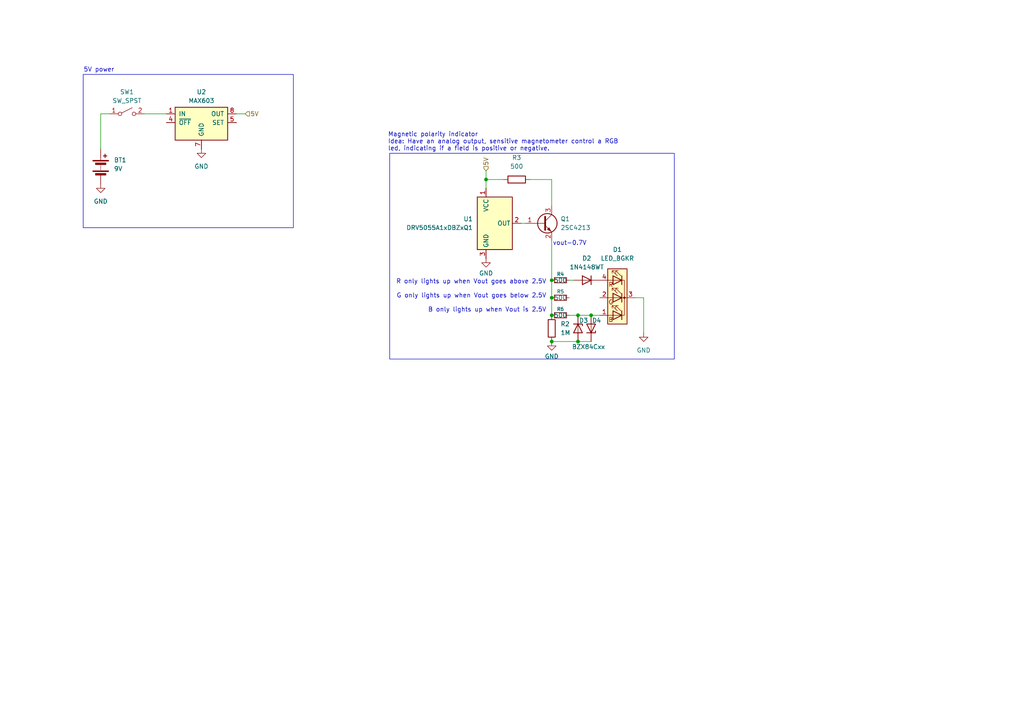
<source format=kicad_sch>
(kicad_sch (version 20250114) (generator "eeschema") (generator_version "9.0")
  (paper "A4")
  (lib_symbols
    (symbol "Device:Battery" (pin_numbers (hide yes)) (pin_names (offset 0) (hide yes))
      (property "Reference" "BT" (at 2.54 2.54 0))
      (property "Value" "Battery" (at 2.54 0 0))
      (symbol "Battery_0_1"
        (rectangle (start -2.286 1.778) (end 2.286 1.524) (fill (type outline)))
        (rectangle (start -2.286 -1.27) (end 2.286 -1.524) (fill (type outline)))
        (rectangle (start -1.524 1.016) (end 1.524 0.508) (fill (type outline)))
        (rectangle (start -1.524 -2.032) (end 1.524 -2.54) (fill (type outline)))
        (polyline (pts (xy 0 1.778) (xy 0 2.54)))
        (polyline (pts (xy 0 0) (xy 0 0.254)))
        (polyline (pts (xy 0 -0.508) (xy 0 -0.254)))
        (polyline (pts (xy 0 -1.016) (xy 0 -0.762)))
        (polyline (pts (xy 0.762 3.048) (xy 1.778 3.048)) (stroke (width 0.254)))
        (polyline (pts (xy 1.27 3.556) (xy 1.27 2.54)) (stroke (width 0.254)))
      )
      (symbol "Battery_1_1"
        (pin passive line (at 0 5.08 270) (length 2.54) (name "+") (number "1"))
        (pin passive line (at 0 -5.08 90) (length 2.54) (name "-") (number "2"))
      )
    )
    (symbol "Device:LED_BGKR" (pin_names (offset 0) (hide yes))
      (property "Reference" "D" (at 0 9.398 0))
      (property "Value" "LED_BGKR" (at 0 -8.89 0))
      (symbol "LED_BGKR_0_0"
        (text "R" (at 1.905 3.81 0) (effects (font (size 1.27 1.27))))
        (text "G" (at 1.905 -1.27 0) (effects (font (size 1.27 1.27))))
        (text "B" (at 1.905 -6.35 0) (effects (font (size 1.27 1.27))))
      )
      (symbol "LED_BGKR_0_1"
        (circle (center -2.032 0) (radius 0.254) (fill (type outline)))
        (polyline (pts (xy -1.27 6.35) (xy -1.27 3.81)) (stroke (width 0.254)))
        (polyline (pts (xy -1.27 6.35) (xy -1.27 3.81) (xy -1.27 3.81)))
        (polyline (pts (xy -1.27 5.08) (xy 1.27 5.08)))
        (polyline (pts (xy -1.27 5.08) (xy -2.032 5.08) (xy -2.032 -5.08) (xy -1.016 -5.08)))
        (polyline (pts (xy -1.27 1.27) (xy -1.27 -1.27)) (stroke (width 0.254)))
        (polyline (pts (xy -1.27 1.27) (xy -1.27 -1.27) (xy -1.27 -1.27)))
        (polyline (pts (xy -1.27 0) (xy -2.54 0)))
        (polyline (pts (xy -1.27 -3.81) (xy -1.27 -6.35)) (stroke (width 0.254)))
        (polyline (pts (xy -1.27 -5.08) (xy 1.27 -5.08)))
        (polyline (pts (xy -1.016 6.35) (xy 0.508 7.874) (xy -0.254 7.874) (xy 0.508 7.874) (xy 0.508 7.112)))
        (polyline (pts (xy -1.016 1.27) (xy 0.508 2.794) (xy -0.254 2.794) (xy 0.508 2.794) (xy 0.508 2.032)))
        (polyline (pts (xy -1.016 -3.81) (xy 0.508 -2.286) (xy -0.254 -2.286) (xy 0.508 -2.286) (xy 0.508 -3.048)))
        (polyline (pts (xy 0 6.35) (xy 1.524 7.874) (xy 0.762 7.874) (xy 1.524 7.874) (xy 1.524 7.112)))
        (polyline (pts (xy 0 1.27) (xy 1.524 2.794) (xy 0.762 2.794) (xy 1.524 2.794) (xy 1.524 2.032)))
        (polyline (pts (xy 0 -3.81) (xy 1.524 -2.286) (xy 0.762 -2.286) (xy 1.524 -2.286) (xy 1.524 -3.048)))
        (polyline (pts (xy 1.27 6.35) (xy 1.27 3.81) (xy -1.27 5.08) (xy 1.27 6.35)) (stroke (width 0.254)))
        (rectangle (start 1.27 6.35) (end 1.27 6.35))
        (polyline (pts (xy 1.27 5.08) (xy 2.54 5.08)))
        (rectangle (start 1.27 3.81) (end 1.27 6.35))
        (polyline (pts (xy 1.27 1.27) (xy 1.27 -1.27) (xy -1.27 0) (xy 1.27 1.27)) (stroke (width 0.254)))
        (rectangle (start 1.27 1.27) (end 1.27 1.27))
        (polyline (pts (xy 1.27 0) (xy -1.27 0)))
        (polyline (pts (xy 1.27 0) (xy 2.54 0)))
        (rectangle (start 1.27 -1.27) (end 1.27 1.27))
        (polyline (pts (xy 1.27 -3.81) (xy 1.27 -6.35) (xy -1.27 -5.08) (xy 1.27 -3.81)) (stroke (width 0.254)))
        (polyline (pts (xy 1.27 -5.08) (xy 2.54 -5.08)))
        (rectangle (start 2.794 8.382) (end -2.794 -7.62) (stroke (width 0.254)) (fill (type background)))
      )
      (symbol "LED_BGKR_1_1"
        (pin passive line (at -5.08 0 0) (length 2.54) (name "K") (number "3"))
        (pin passive line (at 5.08 5.08 180) (length 2.54) (name "RA") (number "4"))
        (pin passive line (at 5.08 0 180) (length 2.54) (name "GA") (number "2"))
        (pin passive line (at 5.08 -5.08 180) (length 2.54) (name "BA") (number "1"))
      )
    )
    (symbol "Device:R" (pin_numbers (hide yes)) (pin_names (offset 0))
      (property "Reference" "R" (at 2.032 0 90))
      (property "Value" "R" (at 0 0 90))
      (symbol "R_0_1"
        (rectangle (start -1.016 -2.54) (end 1.016 2.54) (stroke (width 0.254)))
      )
      (symbol "R_1_1"
        (pin passive line (at 0 3.81 270) (length 1.27) (name "~") (number "1"))
        (pin passive line (at 0 -3.81 90) (length 1.27) (name "~") (number "2"))
      )
    )
    (symbol "Device:R_Small" (pin_numbers (hide yes)) (pin_names (offset 0.254) (hide yes))
      (property "Reference" "R" (at 0 0 90))
      (property "Value" "R_Small" (at 1.778 0 90))
      (symbol "R_Small_0_1"
        (rectangle (start -0.762 1.778) (end 0.762 -1.778) (stroke (width 0.2032)))
      )
      (symbol "R_Small_1_1"
        (pin passive line (at 0 2.54 270) (length 0.762) (name "~") (number "1"))
        (pin passive line (at 0 -2.54 90) (length 0.762) (name "~") (number "2"))
      )
    )
    (symbol "Diode:1N4148WT" (pin_numbers (hide yes)) (pin_names (hide yes))
      (property "Reference" "D" (at 0 2.54 0))
      (property "Value" "1N4148WT" (at 0 -2.54 0))
      (symbol "1N4148WT_0_1"
        (polyline (pts (xy -1.27 1.27) (xy -1.27 -1.27)) (stroke (width 0.254)))
        (polyline (pts (xy 1.27 1.27) (xy 1.27 -1.27) (xy -1.27 0) (xy 1.27 1.27)) (stroke (width 0.254)))
        (polyline (pts (xy 1.27 0) (xy -1.27 0)))
      )
      (symbol "1N4148WT_1_1"
        (pin passive line (at -3.81 0 0) (length 2.54) (name "K") (number "1"))
        (pin passive line (at 3.81 0 180) (length 2.54) (name "A") (number "2"))
      )
    )
    (symbol "Diode:BZX84Cxx" (pin_numbers (hide yes)) (pin_names (hide yes))
      (property "Reference" "D" (at 0 3.81 0))
      (property "Value" "BZX84Cxx" (at 0 -3.81 0))
      (symbol "BZX84Cxx_0_1"
        (polyline (pts (xy -1.27 -1.27) (xy -1.27 1.27) (xy -0.762 1.27)) (stroke (width 0.254)))
        (polyline (pts (xy 1.27 0) (xy -1.27 0)))
        (polyline (pts (xy 1.27 -1.27) (xy 1.27 1.27) (xy -1.27 0) (xy 1.27 -1.27)) (stroke (width 0.254)))
      )
      (symbol "BZX84Cxx_1_1"
        (pin passive line (at -3.81 0 0) (length 2.54) (name "K") (number "3"))
        (pin no_connect line (at 1.27 0 180) (length 2.54) (hide yes) (name "NC") (number "2"))
        (pin passive line (at 3.81 0 180) (length 2.54) (name "A") (number "1"))
      )
    )
    (symbol "Regulator_Linear:MAX603" (pin_names (offset 1.016))
      (property "Reference" "U" (at -6.35 5.715 0))
      (property "Value" "MAX603" (at 0 5.715 0))
      (symbol "MAX603_0_1"
        (rectangle (start -7.62 4.445) (end 7.62 -5.08) (stroke (width 0.254)) (fill (type background)))
      )
      (symbol "MAX603_1_1"
        (pin power_in line (at -10.16 2.54 0) (length 2.54) (name "IN") (number "1"))
        (pin input line (at -10.16 0 0) (length 2.54) (name "~{OFF}") (number "4"))
        (pin passive line (at 0 -7.62 90) (length 2.54) (hide yes) (name "GND") (number "2"))
        (pin passive line (at 0 -7.62 90) (length 2.54) (hide yes) (name "GND") (number "3"))
        (pin passive line (at 0 -7.62 90) (length 2.54) (hide yes) (name "GND") (number "6"))
        (pin power_in line (at 0 -7.62 90) (length 2.54) (name "GND") (number "7"))
        (pin power_out line (at 10.16 2.54 180) (length 2.54) (name "OUT") (number "8"))
        (pin passive line (at 10.16 0 180) (length 2.54) (name "SET") (number "5"))
      )
    )
    (symbol "Sensor_Magnetic:DRV5055A1xDBZxQ1"
      (property "Reference" "U" (at 2.54 12.7 0))
      (property "Value" "DRV5055A1xDBZxQ1" (at 2.54 10.16 0))
      (symbol "DRV5055A1xDBZxQ1_1_1"
        (rectangle (start -5.08 7.62) (end 5.08 -7.62) (stroke (width 0.254)) (fill (type background)))
        (pin power_in line (at -2.54 10.16 270) (length 2.54) (name "VCC") (number "1"))
        (pin power_in line (at -2.54 -10.16 90) (length 2.54) (name "GND") (number "3"))
        (pin output line (at 7.62 0 180) (length 2.54) (name "OUT") (number "2"))
      )
    )
    (symbol "Switch:SW_SPST" (pin_names (offset 0) (hide yes))
      (property "Reference" "SW" (at 0 3.175 0))
      (property "Value" "SW_SPST" (at 0 -2.54 0))
      (symbol "SW_SPST_0_0"
        (circle (center -2.032 0) (radius 0.508))
        (polyline (pts (xy -1.524 0.254) (xy 1.524 1.778)))
        (circle (center 2.032 0) (radius 0.508))
      )
      (symbol "SW_SPST_1_1"
        (pin passive line (at -5.08 0 0) (length 2.54) (name "A") (number "1"))
        (pin passive line (at 5.08 0 180) (length 2.54) (name "B") (number "2"))
      )
    )
    (symbol "Transistor_BJT:2SC4213" (pin_names (offset 0) (hide yes))
      (property "Reference" "Q" (at 5.08 1.905 0))
      (property "Value" "2SC4213" (at 5.08 0 0))
      (symbol "2SC4213_0_1"
        (polyline (pts (xy -2.54 0) (xy 0.635 0)))
        (polyline (pts (xy 0.635 1.905) (xy 0.635 -1.905)) (stroke (width 0.508)))
        (circle (center 1.27 0) (radius 2.8194) (stroke (width 0.254)))
      )
      (symbol "2SC4213_1_1"
        (polyline (pts (xy 0.635 0.635) (xy 2.54 2.54)))
        (polyline (pts (xy 0.635 -0.635) (xy 2.54 -2.54)))
        (polyline (pts (xy 1.27 -1.778) (xy 1.778 -1.27) (xy 2.286 -2.286) (xy 1.27 -1.778)) (fill (type outline)))
        (pin input line (at -5.08 0 0) (length 2.54) (name "B") (number "1"))
        (pin passive line (at 2.54 5.08 270) (length 2.54) (name "C") (number "3"))
        (pin passive line (at 2.54 -5.08 90) (length 2.54) (name "E") (number "2"))
      )
    )
    (symbol "power:GND" (power) (pin_numbers (hide yes)) (pin_names (offset 0) (hide yes))
      (property "Value" "GND" (at 0 -3.81 0))
      (symbol "GND_0_1"
        (polyline (pts (xy 0 0) (xy 0 -1.27) (xy 1.27 -1.27) (xy 0 -2.54) (xy -1.27 -1.27) (xy 0 -1.27)))
      )
      (symbol "GND_1_1"
        (pin power_in line (at 0 0 270) (length 0) (name "~") (number "1"))
      )
    )
  )
  (rectangle (start 24.13 21.59) (end 85.09 66.04))
  (rectangle (start 113.03 44.45) (end 195.58 104.14))
  (text "vout-0.7V\n" (at 170.18 70.612 0) (effects (font (size 1.27 1.27)) (justify right)))
  (text "5V power" (at 28.702 20.32 0) (effects (font (size 1.27 1.27))))
  (text "Magnetic polarity indicator\nIdea: Have an analog output, sensitive magnetometer control a RGB\nled, indicating if a field is positive or negative." (at 112.522 41.148 0) (effects (font (size 1.27 1.27)) (justify left)))
  (text "R only lights up when Vout goes above 2.5V\n\nG only lights up when Vout goes below 2.5V\n\nB only lights up when Vout is 2.5V" (at 158.496 85.852 0) (effects (font (size 1.27 1.27)) (justify right)))
  (junction (at 167.64 99.06))
  (junction (at 171.45 91.44))
  (junction (at 167.64 91.44))
  (junction (at 140.97 52.07))
  (junction (at 160.02 86.36))
  (junction (at 160.02 91.44))
  (junction (at 160.02 81.28))
  (junction (at 160.02 99.06))
  (wire (pts (xy 160.02 59.69) (xy 160.02 52.07)))
  (wire (pts (xy 140.97 49.53) (xy 140.97 52.07)))
  (wire (pts (xy 160.02 99.06) (xy 167.64 99.06)))
  (wire (pts (xy 140.97 52.07) (xy 146.05 52.07)))
  (wire (pts (xy 160.02 86.36) (xy 160.02 91.44)))
  (wire (pts (xy 160.02 69.85) (xy 160.02 81.28)))
  (wire (pts (xy 151.13 64.77) (xy 152.4 64.77)))
  (wire (pts (xy 160.02 81.28) (xy 160.02 86.36)))
  (wire (pts (xy 184.15 86.36) (xy 186.69 86.36)))
  (wire (pts (xy 140.97 52.07) (xy 140.97 54.61)))
  (wire (pts (xy 68.58 33.02) (xy 71.12 33.02)))
  (wire (pts (xy 167.64 91.44) (xy 165.1 91.44)))
  (wire (pts (xy 29.21 43.18) (xy 29.21 33.02)))
  (wire (pts (xy 165.1 81.28) (xy 166.37 81.28)))
  (wire (pts (xy 167.64 99.06) (xy 171.45 99.06)))
  (wire (pts (xy 173.99 91.44) (xy 171.45 91.44)))
  (wire (pts (xy 171.45 91.44) (xy 167.64 91.44)))
  (wire (pts (xy 29.21 33.02) (xy 31.75 33.02)))
  (wire (pts (xy 186.69 86.36) (xy 186.69 96.52)))
  (wire (pts (xy 153.67 52.07) (xy 160.02 52.07)))
  (wire (pts (xy 41.91 33.02) (xy 48.26 33.02)))
  (hierarchical_label "5V" (shape input) (at 140.97 49.53 90))
  (hierarchical_label "5V" (shape input) (at 71.12 33.02 0))
  (symbol (lib_id "Switch:SW_SPST") (at 36.83 33.02 0) (unit 1)
    (property "Reference" "SW1" (at 36.83 26.67 0))
    (property "Value" "SW_SPST" (at 36.83 29.21 0))
    (property "Description" "Single Pole Single Throw (SPST) switch" (effects (hide yes)))
  )
  (symbol (lib_id "Device:LED_BGKR") (at 179.07 86.36 0) (mirror y) (unit 1)
    (property "Reference" "D1" (at 179.07 72.39 0))
    (property "Value" "LED_BGKR" (at 179.07 74.93 0))
    (property "Footprint" "LED_SMD:LED_ASMB-KTF0-0A306" (effects (hide yes)))
    (property "Description" "RGB LED, blue/green/cathode/red" (effects (hide yes)))
  )
  (symbol (lib_id "Device:R") (at 149.86 52.07 270) (unit 1)
    (property "Reference" "R3" (at 149.86 45.72 90))
    (property "Value" "500" (at 149.86 48.26 90))
    (property "Footprint" "Resistor_SMD:R_01005_0402Metric" (effects (hide yes)))
    (property "Description" "Resistor" (effects (hide yes)))
  )
  (symbol (lib_id "Diode:BZX84Cxx") (at 171.45 95.25 270) (mirror x) (unit 1)
    (property "Reference" "D4" (at 171.704 92.964 90) (effects (justify left)))
    (property "Value" "BZX84Cxx" (at 165.862 100.584 90) (effects (justify left)))
    (property "Footprint" "Package_TO_SOT_SMD:SOT-23" (effects (hide yes)))
    (property "Datasheet" "https://diotec.com/tl_files/diotec/files/pdf/datasheets/bzx84c2v4.pdf" (effects (hide yes)))
    (property "Description" "300mW Zener Diode, SOT-23" (effects (hide yes)))
  )
  (symbol (lib_id "Transistor_BJT:2SC4213") (at 157.48 64.77 0) (unit 1)
    (property "Reference" "Q1" (at 162.56 63.4999 0) (effects (justify left)))
    (property "Value" "2SC4213" (at 162.56 66.0399 0) (effects (justify left)))
    (property "Footprint" "Package_TO_SOT_SMD:SOT-323_SC-70" (effects (hide yes)))
    (property "Datasheet" "https://toshiba.semicon-storage.com/info/docget.jsp?did=19305&prodName=2SC4213" (effects (hide yes)))
    (property "Description" "0.3A Ic, 20V Vce, NPN Transistor, For Muting and Switching, SOT-323" (effects (hide yes)))
    (property "Sim.Device" "NPN" (effects (hide yes)))
    (property "Sim.Pins" "1=B 2=E 3=C" (effects (hide yes)))
  )
  (symbol (lib_id "Diode:BZX84Cxx") (at 167.64 95.25 270) (unit 1)
    (property "Reference" "D3" (at 167.894 92.964 90) (effects (justify left)))
    (property "Value" "BZX84Cxx" (effects (hide yes)))
    (property "Footprint" "Package_TO_SOT_SMD:SOT-23" (effects (hide yes)))
    (property "Datasheet" "https://diotec.com/tl_files/diotec/files/pdf/datasheets/bzx84c2v4.pdf" (effects (hide yes)))
    (property "Description" "300mW Zener Diode, SOT-23" (effects (hide yes)))
  )
  (symbol (lib_id "Device:R") (at 160.02 95.25 180) (unit 1)
    (property "Reference" "R2" (at 162.56 93.9799 0) (effects (justify right)))
    (property "Value" "1M" (at 162.56 96.5199 0) (effects (justify right)))
    (property "Footprint" "Resistor_SMD:R_01005_0402Metric" (effects (hide yes)))
    (property "Description" "Resistor" (effects (hide yes)))
  )
  (symbol (lib_id "power:GND") (at 29.21 53.34 0) (unit 1)
    (property "Reference" "#PWR02" (effects (hide yes)))
    (property "Value" "GND" (at 29.21 58.42 0))
    (property "Description" "Power symbol creates a global label with name \"GND\" , ground" (effects (hide yes)))
  )
  (symbol (lib_id "Device:R_Small") (at 162.56 81.28 90) (unit 1)
    (property "Reference" "R4" (at 162.56 79.502 90) (effects (font (size 1.016 1.016))))
    (property "Value" "500" (at 162.56 81.28 90))
    (property "Description" "Resistor, small symbol" (effects (hide yes)))
  )
  (symbol (lib_id "Sensor_Magnetic:DRV5055A1xDBZxQ1") (at 143.51 64.77 0) (unit 1)
    (property "Reference" "U1" (at 137.16 63.4999 0) (effects (justify right)))
    (property "Value" "DRV5055A1xDBZxQ1" (at 137.16 66.0399 0) (effects (justify right)))
    (property "Footprint" "Package_TO_SOT_SMD:SOT-23" (effects (hide yes)))
    (property "Datasheet" "https://www.ti.com/lit/ds/symlink/drv5055-q1.pdf" (effects (hide yes)))
    (property "Description" "100 mV/mT,±21-mT, 20-kHz, 3.3/5V, SOT-23" (effects (hide yes)))
  )
  (symbol (lib_id "Diode:1N4148WT") (at 170.18 81.28 0) (mirror y) (unit 1)
    (property "Reference" "D2" (at 170.18 74.93 0))
    (property "Value" "1N4148WT" (at 170.18 77.47 0))
    (property "Footprint" "Diode_THT:D_DO-35_SOD27_P2.54mm_Vertical_AnodeUp" (effects (hide yes)))
    (property "Datasheet" "https://www.diodes.com/assets/Datasheets/ds30396.pdf" (effects (hide yes)))
    (property "Description" "75V 0.15A Fast switching Diode, SOD-523" (effects (hide yes)))
    (property "Sim.Device" "D" (effects (hide yes)))
    (property "Sim.Pins" "1=K 2=A" (effects (hide yes)))
  )
  (symbol (lib_id "power:GND") (at 186.69 96.52 0) (unit 1)
    (property "Reference" "#PWR04" (effects (hide yes)))
    (property "Value" "GND" (at 186.69 101.6 0))
    (property "Description" "Power symbol creates a global label with name \"GND\" , ground" (effects (hide yes)))
  )
  (symbol (lib_id "power:GND") (at 58.42 43.18 0) (unit 1)
    (property "Reference" "#PWR01" (effects (hide yes)))
    (property "Value" "GND" (at 58.42 48.26 0))
    (property "Description" "Power symbol creates a global label with name \"GND\" , ground" (effects (hide yes)))
  )
  (symbol (lib_id "power:GND") (at 160.02 99.06 0) (unit 1)
    (property "Reference" "#PWR05" (effects (hide yes)))
    (property "Value" "GND" (at 160.02 103.378 0))
    (property "Description" "Power symbol creates a global label with name \"GND\" , ground" (effects (hide yes)))
  )
  (symbol (lib_id "Device:R_Small") (at 162.56 91.44 90) (unit 1)
    (property "Reference" "R6" (at 162.56 89.662 90) (effects (font (size 1.016 1.016))))
    (property "Value" "500" (at 162.56 91.44 90))
    (property "Description" "Resistor, small symbol" (effects (hide yes)))
  )
  (symbol (lib_id "Regulator_Linear:MAX603") (at 58.42 35.56 0) (unit 1)
    (property "Reference" "U2" (at 58.42 26.67 0))
    (property "Value" "MAX603" (at 58.42 29.21 0))
    (property "Datasheet" "http://datasheets.maximintegrated.com/en/ds/MAX603-MAX604.pdf" (effects (hide yes)))
    (property "Description" "500mA Linear LDO Regulator, Fixed Output 5V, DIP-8/SO-8" (effects (hide yes)))
  )
  (symbol (lib_id "Device:Battery") (at 29.21 48.26 0) (unit 1)
    (property "Reference" "BT1" (at 33.02 46.4184 0) (effects (justify left)))
    (property "Value" "9V" (at 33.02 48.9584 0) (effects (justify left)))
    (property "Description" "Multiple-cell battery" (effects (hide yes)))
    (property "Sim.Device" "V" (effects (hide yes)))
    (property "Sim.Type" "DC" (effects (hide yes)))
    (property "Sim.Pins" "1=+ 2=-" (effects (hide yes)))
  )
  (symbol (lib_id "Device:R_Small") (at 162.56 86.36 90) (unit 1)
    (property "Reference" "R5" (at 162.56 84.582 90) (effects (font (size 1.016 1.016))))
    (property "Value" "500" (at 162.56 86.36 90))
    (property "Description" "Resistor, small symbol" (effects (hide yes)))
  )
  (symbol (lib_id "power:GND") (at 140.97 74.93 0) (unit 1)
    (property "Reference" "#PWR03" (effects (hide yes)))
    (property "Value" "GND" (at 140.97 79.248 0))
    (property "Description" "Power symbol creates a global label with name \"GND\" , ground" (effects (hide yes)))
  )
)
</source>
